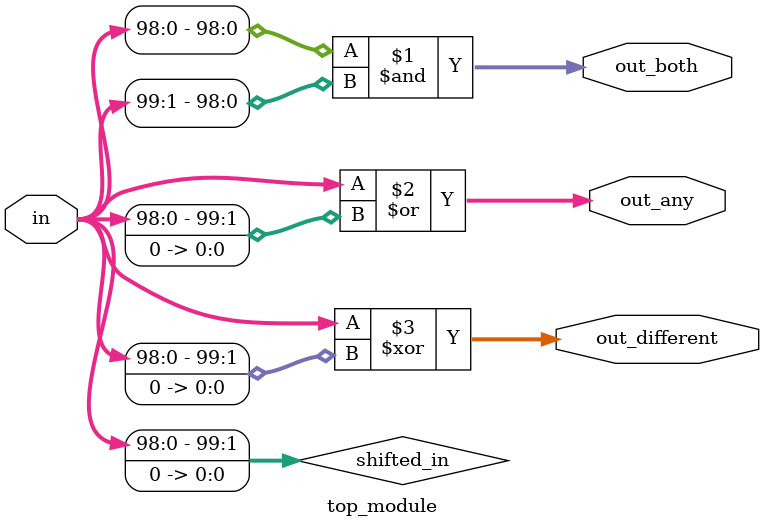
<source format=sv>
module top_module (
    input [99:0] in,
    output [98:0] out_both,
    output [99:0] out_any,
    output [99:0] out_different
);

    wire [99:0] shifted_in;

    assign shifted_in = {in[98:0], 1'b0};

    assign out_both = in[98:0] & in[99:1];
    assign out_any = in | shifted_in;
    assign out_different = in ^ shifted_in;

endmodule

</source>
